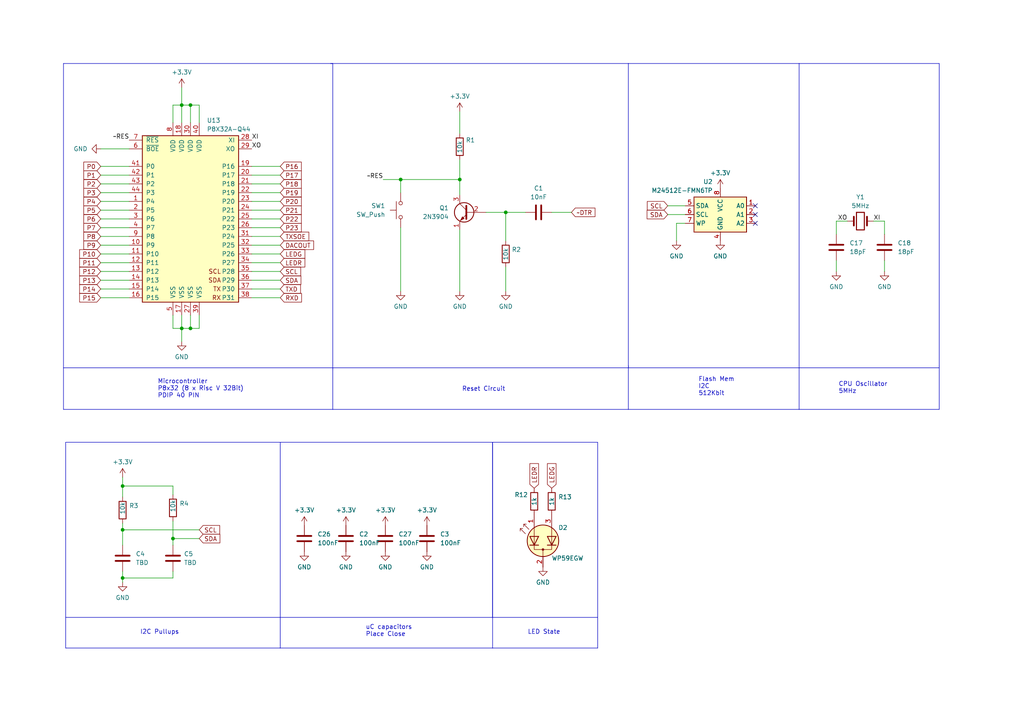
<source format=kicad_sch>
(kicad_sch (version 20230121) (generator eeschema)
  (paper "A4")
  (title_block (title "JTAGFinder main board") (date "2023-10-22") (rev "001") (company "fmaw"))
  (lib_symbols
    (symbol "Device:C" (pin_numbers hide) (pin_names (offset 0.254))
      (property "Reference" "C" (at 0.635 2.54 0))
      (property "Value" "C" (at 0.635 -2.54 0))
      (symbol "C_0_1"
        (polyline (pts (xy -2.032 -0.762) (xy 2.032 -0.762)) (stroke (width 0.508)))
        (polyline (pts (xy -2.032 0.762) (xy 2.032 0.762)) (stroke (width 0.508)))
      )
      (symbol "C_1_1"
        (pin passive line (at 0 3.81 270) (length 2.794) (name "~") (number "1"))
        (pin passive line (at 0 -3.81 90) (length 2.794) (name "~") (number "2"))
      )
    )
    (symbol "Device:Crystal" (pin_numbers hide) (pin_names (offset 1.016) hide)
      (property "Reference" "Y" (at 0 3.81 0))
      (property "Value" "Crystal" (at 0 -3.81 0))
      (symbol "Crystal_0_1"
        (rectangle (start -1.143 2.54) (end 1.143 -2.54) (stroke (width 0.3048)))
        (polyline (pts (xy -2.54 0) (xy -1.905 0)))
        (polyline (pts (xy -1.905 -1.27) (xy -1.905 1.27)) (stroke (width 0.508)))
        (polyline (pts (xy 1.905 -1.27) (xy 1.905 1.27)) (stroke (width 0.508)))
        (polyline (pts (xy 2.54 0) (xy 1.905 0)))
      )
      (symbol "Crystal_1_1"
        (pin passive line (at -3.81 0 0) (length 1.27) (name "1") (number "1"))
        (pin passive line (at 3.81 0 180) (length 1.27) (name "2") (number "2"))
      )
    )
    (symbol "Device:LED_Dual_AKA" (pin_names (offset 0) hide)
      (property "Reference" "D" (at 0 5.715 0))
      (property "Value" "LED_Dual_AKA" (at 0 -6.35 0))
      (symbol "LED_Dual_AKA_0_1"
        (circle (center -2.54 0) (radius 0.2794) (fill (type outline)))
        (polyline (pts (xy -4.572 0) (xy -2.54 0)))
        (polyline (pts (xy -1.27 -1.27) (xy -1.27 -3.81)) (stroke (width 0.254)))
        (polyline (pts (xy -1.27 1.27) (xy -1.27 3.81)) (stroke (width 0.254)))
        (polyline (pts (xy 3.81 -2.54) (xy 1.905 -2.54)))
        (polyline (pts (xy 3.81 2.54) (xy 1.905 2.54)))
        (polyline (pts (xy 1.27 -3.81) (xy 1.27 -1.27) (xy -1.27 -2.54) (xy 1.27 -3.81)) (stroke (width 0.254)))
        (polyline (pts (xy 1.27 1.27) (xy 1.27 3.81) (xy -1.27 2.54) (xy 1.27 1.27)) (stroke (width 0.254)))
        (polyline (pts (xy 2.032 2.54) (xy -2.54 2.54) (xy -2.54 -2.54) (xy 2.032 -2.54)))
        (polyline (pts (xy 2.032 5.08) (xy 3.556 6.604) (xy 2.794 6.604) (xy 3.556 6.604) (xy 3.556 5.842)))
        (polyline (pts (xy 3.302 4.064) (xy 4.826 5.588) (xy 4.064 5.588) (xy 4.826 5.588) (xy 4.826 4.826)))
        (circle (center 0 0) (radius 4.572) (stroke (width 0.254)) (fill (type background)))
      )
      (symbol "LED_Dual_AKA_1_1"
        (pin input line (at 7.62 2.54 180) (length 3.81) (name "A1") (number "1"))
        (pin input line (at -7.62 0 0) (length 3.048) (name "K") (number "2"))
        (pin input line (at 7.62 -2.54 180) (length 3.81) (name "A2") (number "3"))
      )
    )
    (symbol "Device:R" (pin_numbers hide) (pin_names (offset 0))
      (property "Reference" "R" (at 2.032 0 90))
      (property "Value" "R" (at 0 0 90))
      (symbol "R_0_1"
        (rectangle (start -1.016 -2.54) (end 1.016 2.54) (stroke (width 0.254)))
      )
      (symbol "R_1_1"
        (pin passive line (at 0 3.81 270) (length 1.27) (name "~") (number "1"))
        (pin passive line (at 0 -3.81 90) (length 1.27) (name "~") (number "2"))
      )
    )
    (symbol "MCU_Parallax:P8X32A-Q44" (pin_names (offset 1.016))
      (property "Reference" "U" (at -13.97 25.4 0))
      (property "Value" "P8X32A-Q44" (at 3.81 25.4 0))
      (symbol "P8X32A-Q44_0_1"
        (rectangle (start -13.97 24.13) (end 13.97 -24.13) (stroke (width 0.254)) (fill (type background)))
        (text "RX" (at 8.89 -22.86 0) (effects (font (size 1.27 1.27)) (justify right)))
        (text "SCL" (at 8.89 -15.24 0) (effects (font (size 1.27 1.27)) (justify right)))
        (text "SDA" (at 8.89 -17.78 0) (effects (font (size 1.27 1.27)) (justify right)))
        (text "TX" (at 8.89 -20.32 0) (effects (font (size 1.27 1.27)) (justify right)))
        (pin bidirectional line (at -17.78 5.08 0) (length 3.81) (name "P4") (number "1"))
        (pin bidirectional line (at -17.78 -7.62 0) (length 3.81) (name "P9") (number "10"))
        (pin bidirectional line (at -17.78 -10.16 0) (length 3.81) (name "P10") (number "11"))
        (pin bidirectional line (at -17.78 -12.7 0) (length 3.81) (name "P11") (number "12"))
        (pin bidirectional line (at -17.78 -15.24 0) (length 3.81) (name "P12") (number "13"))
        (pin bidirectional line (at -17.78 -17.78 0) (length 3.81) (name "P13") (number "14"))
        (pin bidirectional line (at -17.78 -20.32 0) (length 3.81) (name "P14") (number "15"))
        (pin bidirectional line (at -17.78 -22.86 0) (length 3.81) (name "P15") (number "16"))
        (pin power_in line (at -2.54 -27.94 90) (length 3.81) (name "VSS") (number "17"))
        (pin power_in line (at -2.54 27.94 270) (length 3.81) (name "VDD") (number "18"))
        (pin bidirectional line (at 17.78 15.24 180) (length 3.81) (name "P16") (number "19"))
        (pin bidirectional line (at -17.78 2.54 0) (length 3.81) (name "P5") (number "2"))
        (pin bidirectional line (at 17.78 12.7 180) (length 3.81) (name "P17") (number "20"))
        (pin bidirectional line (at 17.78 10.16 180) (length 3.81) (name "P18") (number "21"))
        (pin bidirectional line (at 17.78 7.62 180) (length 3.81) (name "P19") (number "22"))
        (pin bidirectional line (at 17.78 5.08 180) (length 3.81) (name "P20") (number "23"))
        (pin bidirectional line (at 17.78 2.54 180) (length 3.81) (name "P21") (number "24"))
        (pin bidirectional line (at 17.78 0 180) (length 3.81) (name "P22") (number "25"))
        (pin bidirectional line (at 17.78 -2.54 180) (length 3.81) (name "P23") (number "26"))
        (pin power_in line (at 0 -27.94 90) (length 3.81) (name "VSS") (number "27"))
        (pin input line (at 17.78 22.86 180) (length 3.81) (name "XI") (number "28"))
        (pin output line (at 17.78 20.32 180) (length 3.81) (name "XO") (number "29"))
        (pin bidirectional line (at -17.78 0 0) (length 3.81) (name "P6") (number "3"))
        (pin power_in line (at 0 27.94 270) (length 3.81) (name "VDD") (number "30"))
        (pin bidirectional line (at 17.78 -5.08 180) (length 3.81) (name "P24") (number "31"))
        (pin bidirectional line (at 17.78 -7.62 180) (length 3.81) (name "P25") (number "32"))
        (pin bidirectional line (at 17.78 -10.16 180) (length 3.81) (name "P26") (number "33"))
        (pin bidirectional line (at 17.78 -12.7 180) (length 3.81) (name "P27") (number "34"))
        (pin bidirectional line (at 17.78 -15.24 180) (length 3.81) (name "P28") (number "35"))
        (pin bidirectional line (at 17.78 -17.78 180) (length 3.81) (name "P29") (number "36"))
        (pin bidirectional line (at 17.78 -20.32 180) (length 3.81) (name "P30") (number "37"))
        (pin bidirectional line (at 17.78 -22.86 180) (length 3.81) (name "P31") (number "38"))
        (pin power_in line (at 2.54 -27.94 90) (length 3.81) (name "VSS") (number "39"))
        (pin bidirectional line (at -17.78 -2.54 0) (length 3.81) (name "P7") (number "4"))
        (pin power_in line (at 2.54 27.94 270) (length 3.81) (name "VDD") (number "40"))
        (pin bidirectional line (at -17.78 15.24 0) (length 3.81) (name "P0") (number "41"))
        (pin bidirectional line (at -17.78 12.7 0) (length 3.81) (name "P1") (number "42"))
        (pin bidirectional line (at -17.78 10.16 0) (length 3.81) (name "P2") (number "43"))
        (pin bidirectional line (at -17.78 7.62 0) (length 3.81) (name "P3") (number "44"))
        (pin power_in line (at -5.08 -27.94 90) (length 3.81) (name "VSS") (number "5"))
        (pin input line (at -17.78 20.32 0) (length 3.81) (name "~{BOE}") (number "6"))
        (pin bidirectional line (at -17.78 22.86 0) (length 3.81) (name "~{RES}") (number "7"))
        (pin power_in line (at -5.08 27.94 270) (length 3.81) (name "VDD") (number "8"))
        (pin bidirectional line (at -17.78 -5.08 0) (length 3.81) (name "P8") (number "9"))
      )
    )
    (symbol "Memory_EEPROM:24LC512"
      (property "Reference" "U" (at -6.35 6.35 0))
      (property "Value" "24LC512" (at 1.27 6.35 0))
      (symbol "24LC512_1_1"
        (rectangle (start -7.62 5.08) (end 7.62 -5.08) (stroke (width 0.254)) (fill (type background)))
        (pin input line (at -10.16 2.54 0) (length 2.54) (name "A0") (number "1"))
        (pin input line (at -10.16 0 0) (length 2.54) (name "A1") (number "2"))
        (pin input line (at -10.16 -2.54 0) (length 2.54) (name "A2") (number "3"))
        (pin power_in line (at 0 -7.62 90) (length 2.54) (name "GND") (number "4"))
        (pin bidirectional line (at 10.16 2.54 180) (length 2.54) (name "SDA") (number "5"))
        (pin input line (at 10.16 0 180) (length 2.54) (name "SCL") (number "6"))
        (pin input line (at 10.16 -2.54 180) (length 2.54) (name "WP") (number "7"))
        (pin power_in line (at 0 7.62 270) (length 2.54) (name "VCC") (number "8"))
      )
    )
    (symbol "Switch:SW_Push" (pin_numbers hide) (pin_names (offset 1.016) hide)
      (property "Reference" "SW" (at 1.27 2.54 0))
      (property "Value" "SW_Push" (at 0 -1.524 0))
      (symbol "SW_Push_0_1"
        (circle (center -2.032 0) (radius 0.508))
        (polyline (pts (xy 0 1.27) (xy 0 3.048)))
        (polyline (pts (xy 2.54 1.27) (xy -2.54 1.27)))
        (circle (center 2.032 0) (radius 0.508))
        (pin passive line (at -5.08 0 0) (length 2.54) (name "1") (number "1"))
        (pin passive line (at 5.08 0 180) (length 2.54) (name "2") (number "2"))
      )
    )
    (symbol "Transistor_BJT:2N3904" (pin_names (offset 0) hide)
      (property "Reference" "Q" (at 5.08 1.905 0))
      (property "Value" "2N3904" (at 5.08 0 0))
      (symbol "2N3904_0_1"
        (polyline (pts (xy 0.635 0.635) (xy 2.54 2.54)))
        (polyline (pts (xy 0.635 -0.635) (xy 2.54 -2.54) (xy 2.54 -2.54)))
        (polyline (pts (xy 0.635 1.905) (xy 0.635 -1.905) (xy 0.635 -1.905)) (stroke (width 0.508)))
        (polyline (pts (xy 1.27 -1.778) (xy 1.778 -1.27) (xy 2.286 -2.286) (xy 1.27 -1.778) (xy 1.27 -1.778)) (fill (type outline)))
        (circle (center 1.27 0) (radius 2.8194) (stroke (width 0.254)))
      )
      (symbol "2N3904_1_1"
        (pin passive line (at 2.54 -5.08 90) (length 2.54) (name "E") (number "1"))
        (pin passive line (at -5.08 0 0) (length 5.715) (name "B") (number "2"))
        (pin passive line (at 2.54 5.08 270) (length 2.54) (name "C") (number "3"))
      )
    )
    (symbol "power:+3.3V" (power) (pin_names (offset 0))
      (property "Value" "+3.3V" (at 0 3.556 0))
      (symbol "+3.3V_0_1"
        (polyline (pts (xy -0.762 1.27) (xy 0 2.54)))
        (polyline (pts (xy 0 0) (xy 0 2.54)))
        (polyline (pts (xy 0 2.54) (xy 0.762 1.27)))
      )
      (symbol "+3.3V_1_1"
        (pin power_in line (at 0 0 90) (length 0) hide (name "+3.3V") (number "1"))
      )
    )
    (symbol "power:GND" (power) (pin_names (offset 0))
      (property "Value" "GND" (at 0 -3.81 0))
      (symbol "GND_0_1"
        (polyline (pts (xy 0 0) (xy 0 -1.27) (xy 1.27 -1.27) (xy 0 -2.54) (xy -1.27 -1.27) (xy 0 -1.27)))
      )
      (symbol "GND_1_1"
        (pin power_in line (at 0 0 270) (length 0) hide (name "GND") (number "1"))
      )
    )
  )
  (junction (at 35.56 167.64))
  (junction (at 52.705 30.48))
  (junction (at 50.165 156.21))
  (junction (at 55.245 95.25))
  (junction (at 55.245 30.48))
  (junction (at 35.56 153.67))
  (junction (at 116.205 52.07))
  (junction (at 146.685 61.595))
  (junction (at 35.56 140.97))
  (junction (at 133.35 52.07))
  (junction (at 52.705 95.25))
  (no_connect (at 219.075 59.69))
  (no_connect (at 219.075 64.77))
  (no_connect (at 219.075 62.23))
  (polyline (pts (xy 231.775 18.415) (xy 272.415 18.415)))
  (wire (pts (xy 50.165 156.21) (xy 50.165 158.115)))
  (wire (pts (xy 35.56 153.67) (xy 35.56 158.115)))
  (wire (pts (xy 52.705 95.25) (xy 50.165 95.25)))
  (wire (pts (xy 73.025 81.28) (xy 81.28 81.28)))
  (wire (pts (xy 50.165 30.48) (xy 50.165 35.56)))
  (wire (pts (xy 29.21 68.58) (xy 37.465 68.58)))
  (wire (pts (xy 256.54 64.135) (xy 256.54 67.945)))
  (wire (pts (xy 29.21 43.18) (xy 37.465 43.18)))
  (wire (pts (xy 50.165 156.21) (xy 57.785 156.21)))
  (wire (pts (xy 29.21 66.04) (xy 37.465 66.04)))
  (wire (pts (xy 52.705 30.48) (xy 52.705 35.56)))
  (wire (pts (xy 133.35 46.355) (xy 133.35 52.07)))
  (wire (pts (xy 29.21 73.66) (xy 37.465 73.66)))
  (wire (pts (xy 146.685 61.595) (xy 152.4 61.595)))
  (polyline (pts (xy 231.775 118.745) (xy 231.775 106.68)))
  (polyline (pts (xy 19.685 128.27) (xy 142.875 128.27)))
  (wire (pts (xy 52.705 30.48) (xy 50.165 30.48)))
  (wire (pts (xy 35.56 151.765) (xy 35.56 153.67)))
  (polyline (pts (xy 272.415 18.415) (xy 272.415 118.745)))
  (polyline (pts (xy 231.775 106.68) (xy 231.775 18.415)))
  (wire (pts (xy 29.21 58.42) (xy 37.465 58.42)))
  (wire (pts (xy 52.705 25.4) (xy 52.705 30.48)))
  (polyline (pts (xy 182.245 106.68) (xy 231.775 106.68)))
  (wire (pts (xy 29.21 60.96) (xy 37.465 60.96)))
  (wire (pts (xy 50.165 140.97) (xy 35.56 140.97)))
  (wire (pts (xy 73.025 76.2) (xy 81.28 76.2)))
  (wire (pts (xy 196.215 64.77) (xy 196.215 69.85)))
  (polyline (pts (xy 272.415 106.68) (xy 272.415 106.045)))
  (polyline (pts (xy 142.875 179.07) (xy 19.05 179.07)))
  (polyline (pts (xy 19.05 179.07) (xy 19.05 187.96)))
  (wire (pts (xy 35.56 167.64) (xy 35.56 165.735)))
  (wire (pts (xy 50.165 165.735) (xy 50.165 167.64)))
  (wire (pts (xy 73.025 53.34) (xy 81.28 53.34)))
  (wire (pts (xy 242.57 75.565) (xy 242.57 78.74)))
  (wire (pts (xy 73.025 71.12) (xy 81.28 71.12)))
  (wire (pts (xy 29.21 78.74) (xy 37.465 78.74)))
  (wire (pts (xy 29.21 63.5) (xy 37.465 63.5)))
  (wire (pts (xy 256.54 75.565) (xy 256.54 78.74)))
  (wire (pts (xy 133.35 52.07) (xy 116.205 52.07)))
  (wire (pts (xy 55.245 30.48) (xy 52.705 30.48)))
  (polyline (pts (xy 96.52 18.415) (xy 96.52 118.745)))
  (wire (pts (xy 35.56 140.97) (xy 35.56 144.145)))
  (wire (pts (xy 133.35 52.07) (xy 133.35 56.515)))
  (polyline (pts (xy 173.355 187.96) (xy 142.875 187.96)))
  (wire (pts (xy 29.21 48.26) (xy 37.465 48.26)))
  (wire (pts (xy 73.025 73.66) (xy 81.28 73.66)))
  (polyline (pts (xy 182.245 106.68) (xy 182.245 106.045)))
  (polyline (pts (xy 81.28 187.96) (xy 81.28 128.27)))
  (wire (pts (xy 73.025 78.74) (xy 81.28 78.74)))
  (wire (pts (xy 253.365 64.135) (xy 256.54 64.135)))
  (wire (pts (xy 29.21 55.88) (xy 37.465 55.88)))
  (wire (pts (xy 29.21 53.34) (xy 37.465 53.34)))
  (wire (pts (xy 73.025 55.88) (xy 81.28 55.88)))
  (wire (pts (xy 55.245 95.25) (xy 52.705 95.25)))
  (polyline (pts (xy 142.875 128.27) (xy 142.875 179.07)))
  (wire (pts (xy 29.21 71.12) (xy 37.465 71.12)))
  (wire (pts (xy 50.165 167.64) (xy 35.56 167.64)))
  (wire (pts (xy 116.205 52.07) (xy 116.205 55.88)))
  (wire (pts (xy 29.21 76.2) (xy 37.465 76.2)))
  (polyline (pts (xy 18.415 18.415) (xy 18.415 118.745)))
  (polyline (pts (xy 96.52 118.745) (xy 182.245 118.745)))
  (wire (pts (xy 29.21 86.36) (xy 37.465 86.36)))
  (wire (pts (xy 29.21 83.82) (xy 37.465 83.82)))
  (wire (pts (xy 116.205 52.07) (xy 111.125 52.07)))
  (polyline (pts (xy 96.52 106.68) (xy 182.245 106.68)))
  (wire (pts (xy 160.02 61.595) (xy 165.735 61.595)))
  (wire (pts (xy 73.025 63.5) (xy 81.28 63.5)))
  (polyline (pts (xy 231.775 18.415) (xy 182.245 18.415)))
  (polyline (pts (xy 272.415 118.745) (xy 231.775 118.745)))
  (wire (pts (xy 146.685 77.47) (xy 146.685 84.455)))
  (wire (pts (xy 35.56 138.43) (xy 35.56 140.97)))
  (polyline (pts (xy 231.775 106.68) (xy 272.415 106.68)))
  (wire (pts (xy 29.21 81.28) (xy 37.465 81.28)))
  (wire (pts (xy 73.025 50.8) (xy 81.28 50.8)))
  (wire (pts (xy 52.705 91.44) (xy 52.705 95.25)))
  (polyline (pts (xy 19.05 128.27) (xy 19.685 128.27)))
  (polyline (pts (xy 173.355 179.07) (xy 173.355 187.96)))
  (wire (pts (xy 35.56 168.91) (xy 35.56 167.64)))
  (polyline (pts (xy 96.52 106.68) (xy 96.52 107.315)))
  (polyline (pts (xy 182.245 118.745) (xy 182.245 18.415)))
  (wire (pts (xy 198.755 62.23) (xy 193.675 62.23)))
  (wire (pts (xy 29.21 50.8) (xy 37.465 50.8)))
  (wire (pts (xy 55.245 30.48) (xy 57.785 30.48)))
  (wire (pts (xy 133.35 32.385) (xy 133.35 38.735)))
  (wire (pts (xy 73.025 48.26) (xy 81.28 48.26)))
  (wire (pts (xy 57.785 95.25) (xy 57.785 91.44)))
  (wire (pts (xy 55.245 95.25) (xy 57.785 95.25)))
  (polyline (pts (xy 96.52 118.745) (xy 18.415 118.745)))
  (wire (pts (xy 242.57 67.945) (xy 242.57 64.135)))
  (wire (pts (xy 50.165 151.13) (xy 50.165 156.21)))
  (wire (pts (xy 73.025 86.36) (xy 81.28 86.36)))
  (polyline (pts (xy 18.415 18.415) (xy 96.52 18.415)))
  (wire (pts (xy 73.025 58.42) (xy 81.28 58.42)))
  (wire (pts (xy 73.025 66.04) (xy 81.28 66.04)))
  (wire (pts (xy 140.97 61.595) (xy 146.685 61.595)))
  (wire (pts (xy 50.165 91.44) (xy 50.165 95.25)))
  (polyline (pts (xy 182.245 118.745) (xy 231.775 118.745)))
  (wire (pts (xy 73.025 83.82) (xy 81.28 83.82)))
  (wire (pts (xy 55.245 35.56) (xy 55.245 30.48)))
  (wire (pts (xy 52.705 95.25) (xy 52.705 99.06)))
  (polyline (pts (xy 81.28 187.96) (xy 142.875 187.96)))
  (wire (pts (xy 50.165 143.51) (xy 50.165 140.97)))
  (polyline (pts (xy 18.415 106.68) (xy 96.52 106.68)))
  (wire (pts (xy 57.785 30.48) (xy 57.785 35.56)))
  (wire (pts (xy 73.025 68.58) (xy 81.28 68.58)))
  (wire (pts (xy 242.57 64.135) (xy 245.745 64.135)))
  (wire (pts (xy 198.755 59.69) (xy 193.675 59.69)))
  (wire (pts (xy 133.35 66.675) (xy 133.35 84.455)))
  (polyline (pts (xy 19.05 187.96) (xy 81.28 187.96)))
  (wire (pts (xy 35.56 153.67) (xy 57.785 153.67)))
  (wire (pts (xy 146.685 61.595) (xy 146.685 69.85)))
  (wire (pts (xy 55.245 91.44) (xy 55.245 95.25)))
  (wire (pts (xy 116.205 66.04) (xy 116.205 84.455)))
  (wire (pts (xy 73.025 60.96) (xy 81.28 60.96)))
  (polyline (pts (xy 182.245 18.415) (xy 95.885 18.415)))
  (polyline (pts (xy 19.05 179.07) (xy 19.05 128.27)))
  (polyline (pts (xy 142.875 187.96) (xy 142.875 179.07)))
  (wire (pts (xy 196.215 64.77) (xy 198.755 64.77)))
  (rectangle (start 142.875 128.27) (end 173.355 179.07))
  (text "CPU Oscillator\n5MHz" (at 243.205 114.3 0) (effects (font (size 1.27 1.27)) (justify left bottom)))
  (text "Reset Circuit" (at 133.985 113.665 0) (effects (font (size 1.27 1.27)) (justify left bottom)))
  (text "I2C Pullups" (at 40.64 184.15 0) (effects (font (size 1.27 1.27)) (justify left bottom)))
  (text "uC capacitors\nPlace Close" (at 106.045 184.785 0) (effects (font (size 1.27 1.27)) (justify left bottom)))
  (text "Microcontroller\nP8x32 (8 x Risc V 32Bit)\nPDIP 40 PIN" (at 45.72 115.57 0) (effects (font (size 1.27 1.27)) (justify left bottom)))
  (text "LED State\n" (at 153.035 184.15 0) (effects (font (size 1.27 1.27)) (justify left bottom)))
  (text "Flash Mem\nI2C\n512Kbit\n" (at 202.565 114.935 0) (effects (font (size 1.27 1.27)) (justify left bottom)))
  (label "XI" (at 73.025 40.64 0))
  (label " ~RES" (at 111.125 52.07 180))
  (label "XO" (at 73.025 43.18 0))
  (label "XO" (at 245.745 64.135 180))
  (label "XI" (at 253.365 64.135 0))
  (label " ~RES" (at 37.465 40.64 180))
  (global_label "P6" (shape input) (at 29.21 63.5 180) (property "Intersheetrefs" "${INTERSHEET_REFS}" (effects hide)))
  (global_label "P8" (shape input) (at 29.21 68.58 180) (property "Intersheetrefs" "${INTERSHEET_REFS}" (effects hide)))
  (global_label "SCL" (shape input) (at 81.28 78.74 0) (property "Intersheetrefs" "${INTERSHEET_REFS}" (effects hide)))
  (global_label "P13" (shape input) (at 29.21 81.28 180) (property "Intersheetrefs" "${INTERSHEET_REFS}" (effects hide)))
  (global_label "DACOUT" (shape input) (at 81.28 71.12 0) (property "Intersheetrefs" "${INTERSHEET_REFS}" (effects hide)))
  (global_label "P19" (shape input) (at 81.28 55.88 0) (property "Intersheetrefs" "${INTERSHEET_REFS}" (effects hide)))
  (global_label "P20" (shape input) (at 81.28 58.42 0) (property "Intersheetrefs" "${INTERSHEET_REFS}" (effects hide)))
  (global_label "~DTR" (shape input) (at 165.735 61.595 0) (property "Intersheetrefs" "${INTERSHEET_REFS}" (effects hide)))
  (global_label "P4" (shape input) (at 29.21 58.42 180) (property "Intersheetrefs" "${INTERSHEET_REFS}" (effects hide)))
  (global_label "TXSOE" (shape input) (at 81.28 68.58 0) (property "Intersheetrefs" "${INTERSHEET_REFS}" (effects hide)))
  (global_label "P18" (shape input) (at 81.28 53.34 0) (property "Intersheetrefs" "${INTERSHEET_REFS}" (effects hide)))
  (global_label "SDA" (shape input) (at 81.28 81.28 0) (property "Intersheetrefs" "${INTERSHEET_REFS}" (effects hide)))
  (global_label "P12" (shape input) (at 29.21 78.74 180) (property "Intersheetrefs" "${INTERSHEET_REFS}" (effects hide)))
  (global_label "P16" (shape input) (at 81.28 48.26 0) (property "Intersheetrefs" "${INTERSHEET_REFS}" (effects hide)))
  (global_label "P9" (shape input) (at 29.21 71.12 180) (property "Intersheetrefs" "${INTERSHEET_REFS}" (effects hide)))
  (global_label "P1" (shape input) (at 29.21 50.8 180) (property "Intersheetrefs" "${INTERSHEET_REFS}" (effects hide)))
  (global_label "P15" (shape input) (at 29.21 86.36 180) (property "Intersheetrefs" "${INTERSHEET_REFS}" (effects hide)))
  (global_label "SCL" (shape input) (at 57.785 153.67 0) (property "Intersheetrefs" "${INTERSHEET_REFS}" (effects hide)))
  (global_label "P10" (shape input) (at 29.21 73.66 180) (property "Intersheetrefs" "${INTERSHEET_REFS}" (effects hide)))
  (global_label "P17" (shape input) (at 81.28 50.8 0) (property "Intersheetrefs" "${INTERSHEET_REFS}" (effects hide)))
  (global_label "P0" (shape input) (at 29.21 48.26 180) (property "Intersheetrefs" "${INTERSHEET_REFS}" (effects hide)))
  (global_label "SDA" (shape input) (at 57.785 156.21 0) (property "Intersheetrefs" "${INTERSHEET_REFS}" (effects hide)))
  (global_label "SDA" (shape input) (at 193.675 62.23 180) (property "Intersheetrefs" "${INTERSHEET_REFS}" (effects hide)))
  (global_label "P3" (shape input) (at 29.21 55.88 180) (property "Intersheetrefs" "${INTERSHEET_REFS}" (effects hide)))
  (global_label "P21" (shape input) (at 81.28 60.96 0) (property "Intersheetrefs" "${INTERSHEET_REFS}" (effects hide)))
  (global_label "P5" (shape input) (at 29.21 60.96 180) (property "Intersheetrefs" "${INTERSHEET_REFS}" (effects hide)))
  (global_label "SCL" (shape input) (at 193.675 59.69 180) (property "Intersheetrefs" "${INTERSHEET_REFS}" (effects hide)))
  (global_label "P7" (shape input) (at 29.21 66.04 180) (property "Intersheetrefs" "${INTERSHEET_REFS}" (effects hide)))
  (global_label "P23" (shape input) (at 81.28 66.04 0) (property "Intersheetrefs" "${INTERSHEET_REFS}" (effects hide)))
  (global_label "LEDR" (shape input) (at 81.28 76.2 0) (property "Intersheetrefs" "${INTERSHEET_REFS}" (effects hide)))
  (global_label "RXD" (shape input) (at 81.28 86.36 0) (property "Intersheetrefs" "${INTERSHEET_REFS}" (effects hide)))
  (global_label "LEDG" (shape input) (at 160.02 141.605 90) (property "Intersheetrefs" "${INTERSHEET_REFS}" (effects hide)))
  (global_label "P22" (shape input) (at 81.28 63.5 0) (property "Intersheetrefs" "${INTERSHEET_REFS}" (effects hide)))
  (global_label "LEDR" (shape input) (at 154.94 141.605 90) (property "Intersheetrefs" "${INTERSHEET_REFS}" (effects hide)))
  (global_label "P14" (shape input) (at 29.21 83.82 180) (property "Intersheetrefs" "${INTERSHEET_REFS}" (effects hide)))
  (global_label "TXD" (shape input) (at 81.28 83.82 0) (property "Intersheetrefs" "${INTERSHEET_REFS}" (effects hide)))
  (global_label "LEDG" (shape input) (at 81.28 73.66 0) (property "Intersheetrefs" "${INTERSHEET_REFS}" (effects hide)))
  (global_label "P2" (shape input) (at 29.21 53.34 180) (property "Intersheetrefs" "${INTERSHEET_REFS}" (effects hide)))
  (global_label "P11" (shape input) (at 29.21 76.2 180) (property "Intersheetrefs" "${INTERSHEET_REFS}" (effects hide)))
  (symbol (lib_id "power:+3.3V") (at 35.56 138.43 0) (unit 1)
    (property "Reference" "#PWR011" (effects hide))
    (property "Value" "+3.3V" (at 35.56 133.985 0))
  )
  (symbol (lib_id "Device:R") (at 50.165 147.32 0) (unit 1)
    (property "Reference" "R4" (at 52.07 146.05 0) (effects (justify left)))
    (property "Value" "10k" (at 50.165 148.59 90) (effects (justify left)))
    (property "Footprint" "Resistor_SMD:R_1206_3216Metric" (effects hide))
    (property "Man #:" "SCR1206J10K" (effects hide))
    (property "Fab:" "VO" (effects hide))
  )
  (symbol (lib_id "Device:C") (at 88.265 156.21 0) (unit 1)
    (property "Reference" "C26" (at 92.075 154.94 0) (effects (justify left)))
    (property "Value" "100nF" (at 92.075 157.48 0) (effects (justify left)))
    (property "Footprint" "Capacitor_SMD:C_1206_3216Metric" (effects hide))
    (property "Man #:" "CC1206KKX7RCBB103" (effects hide))
    (property "Fab:" "Yageo" (effects hide))
  )
  (symbol (lib_id "power:+3.3V") (at 111.76 152.4 0) (unit 1)
    (property "Reference" "#PWR099" (effects hide))
    (property "Value" "+3.3V" (at 111.76 147.955 0))
  )
  (symbol (lib_id "power:+3.3V") (at 133.35 32.385 0) (mirror y) (unit 1)
    (property "Reference" "#PWR03" (effects hide))
    (property "Value" "+3.3V" (at 133.35 27.94 0))
  )
  (symbol (lib_id "power:GND") (at 123.825 160.02 0) (unit 1)
    (property "Reference" "#PWR010" (effects hide))
    (property "Value" "GND" (at 123.825 164.465 0))
  )
  (symbol (lib_id "Memory_EEPROM:24LC512") (at 208.915 62.23 0) (mirror y) (unit 1)
    (property "Reference" "U2" (at 206.7209 52.705 0) (effects (justify left)))
    (property "Value" "M24512E-FMN6TP" (at 206.7209 55.245 0) (effects (justify left)))
    (property "Footprint" "Package_SO:SO-8_3.9x4.9mm_P1.27mm" (effects hide))
    (property "Datasheet" "https://www.st.com/resource/en/datasheet/m24512e-f.pdf" (effects hide))
  )
  (symbol (lib_id "power:GND") (at 88.265 160.02 0) (unit 1)
    (property "Reference" "#PWR098" (effects hide))
    (property "Value" "GND" (at 88.265 164.465 0))
  )
  (symbol (lib_id "Device:R") (at 35.56 147.955 0) (unit 1)
    (property "Reference" "R3" (at 37.465 146.685 0) (effects (justify left)))
    (property "Value" "10k" (at 35.56 149.225 90) (effects (justify left)))
    (property "Footprint" "Resistor_SMD:R_1206_3216Metric" (effects hide))
    (property "Man #:" "SCR1206J10K" (effects hide))
    (property "Fab:" "VO" (effects hide))
  )
  (symbol (lib_id "power:GND") (at 256.54 78.74 0) (unit 1)
    (property "Reference" "#PWR044" (effects hide))
    (property "Value" "GND" (at 256.54 83.185 0))
  )
  (symbol (lib_id "power:+3.3V") (at 88.265 152.4 0) (unit 1)
    (property "Reference" "#PWR097" (effects hide))
    (property "Value" "+3.3V" (at 88.265 147.955 0))
  )
  (symbol (lib_id "Transistor_BJT:2N3904") (at 135.89 61.595 0) (mirror y) (unit 1)
    (property "Reference" "Q1" (at 130.175 60.325 0) (effects (justify left)))
    (property "Value" "2N3904" (at 130.175 62.865 0) (effects (justify left)))
    (property "Footprint" "Package_TO_SOT_THT:TO-92_Inline" (effects hide))
    (property "Datasheet" "https://www.onsemi.com/pub/Collateral/2N3903-D.PDF" (effects hide))
    (property "Man #:" "2n3904" (effects hide))
    (property "Fab:" "JSMSEMI" (effects hide))
  )
  (symbol (lib_id "power:GND") (at 208.915 69.85 0) (mirror y) (unit 1)
    (property "Reference" "#PWR014" (effects hide))
    (property "Value" "GND" (at 208.915 74.295 0))
  )
  (symbol (lib_id "power:GND") (at 196.215 69.85 0) (unit 1)
    (property "Reference" "#PWR015" (effects hide))
    (property "Value" "GND" (at 196.215 74.295 0))
  )
  (symbol (lib_id "Device:C") (at 123.825 156.21 0) (unit 1)
    (property "Reference" "C3" (at 127.635 154.94 0) (effects (justify left)))
    (property "Value" "100nF" (at 127.635 157.48 0) (effects (justify left)))
    (property "Footprint" "Capacitor_SMD:C_1206_3216Metric" (effects hide))
    (property "Man #:" "CC1206KKX7RCBB103" (effects hide))
    (property "Fab:" "Yageo" (effects hide))
  )
  (symbol (lib_id "Device:C") (at 242.57 71.755 0) (unit 1)
    (property "Reference" "C17" (at 246.38 70.485 0) (effects (justify left)))
    (property "Value" "18pF" (at 246.38 73.025 0) (effects (justify left)))
    (property "Footprint" "Capacitor_SMD:C_1206_3216Metric" (effects hide))
    (property "Man #:" "CC1206JRNPO9BN180" (effects hide))
    (property "Fab:" "Yageo" (effects hide))
  )
  (symbol (lib_id "Device:C") (at 256.54 71.755 0) (unit 1)
    (property "Reference" "C18" (at 260.35 70.485 0) (effects (justify left)))
    (property "Value" "18pF" (at 260.35 73.025 0) (effects (justify left)))
    (property "Footprint" "Capacitor_SMD:C_1206_3216Metric" (effects hide))
    (property "Man #:" "CC1206JRNPO9BN180" (effects hide))
    (property "Fab:" "Yageo" (effects hide))
  )
  (symbol (lib_id "power:GND") (at 116.205 84.455 0) (mirror y) (unit 1)
    (property "Reference" "#PWR06" (effects hide))
    (property "Value" "GND" (at 116.205 88.9 0))
  )
  (symbol (lib_id "Device:C") (at 100.33 156.21 0) (unit 1)
    (property "Reference" "C2" (at 104.14 154.94 0) (effects (justify left)))
    (property "Value" "100nF" (at 104.14 157.48 0) (effects (justify left)))
    (property "Footprint" "Capacitor_SMD:C_1206_3216Metric" (effects hide))
    (property "Man #:" "CC1206KKX7RCBB103" (effects hide))
    (property "Fab:" "Yageo" (effects hide))
  )
  (symbol (lib_id "power:GND") (at 146.685 84.455 0) (mirror y) (unit 1)
    (property "Reference" "#PWR04" (effects hide))
    (property "Value" "GND" (at 146.685 88.9 0))
  )
  (symbol (lib_id "Device:C") (at 111.76 156.21 0) (unit 1)
    (property "Reference" "C27" (at 115.57 154.94 0) (effects (justify left)))
    (property "Value" "100nF" (at 115.57 157.48 0) (effects (justify left)))
    (property "Footprint" "Capacitor_SMD:C_1206_3216Metric" (effects hide))
    (property "Man #:" "CC1206KKX7RCBB103" (effects hide))
    (property "Fab:" "Yageo" (effects hide))
  )
  (symbol (lib_id "power:+3.3V") (at 100.33 152.4 0) (unit 1)
    (property "Reference" "#PWR07" (effects hide))
    (property "Value" "+3.3V" (at 100.33 147.955 0))
  )
  (symbol (lib_id "power:GND") (at 100.33 160.02 0) (unit 1)
    (property "Reference" "#PWR08" (effects hide))
    (property "Value" "GND" (at 100.33 164.465 0))
  )
  (symbol (lib_id "Device:C") (at 156.21 61.595 270) (mirror x) (unit 1)
    (property "Reference" "C1" (at 156.21 54.61 90))
    (property "Value" "10nF" (at 156.21 57.15 90))
    (property "Footprint" "Capacitor_SMD:C_1206_3216Metric" (effects hide))
  )
  (symbol (lib_id "Device:C") (at 50.165 161.925 0) (unit 1)
    (property "Reference" "C5" (at 53.34 160.655 0) (effects (justify left)))
    (property "Value" "TBD" (at 53.34 163.195 0) (effects (justify left)))
    (property "Footprint" "Capacitor_SMD:C_1206_3216Metric" (effects hide))
    (property "Man #:" "1206B104K101CT" (effects hide))
    (property "Fab:" "Walsin Tech Corp" (effects hide))
  )
  (symbol (lib_id "power:GND") (at 35.56 168.91 0) (unit 1)
    (property "Reference" "#PWR012" (effects hide))
    (property "Value" "GND" (at 35.56 173.355 0))
  )
  (symbol (lib_id "Device:R") (at 154.94 145.415 0) (unit 1)
    (property "Reference" "R12" (at 149.225 143.51 0) (effects (justify left)))
    (property "Value" "1k" (at 154.94 146.685 90) (effects (justify left)))
    (property "Footprint" "Resistor_SMD:R_1206_3216Metric" (effects hide))
    (property "Man #:" "SCR1206J10K" (effects hide))
    (property "Fab:" "VO" (effects hide))
  )
  (symbol (lib_id "power:GND") (at 52.705 99.06 0) (unit 1)
    (property "Reference" "#PWR02" (effects hide))
    (property "Value" "GND" (at 52.705 103.505 0))
  )
  (symbol (lib_id "power:GND") (at 111.76 160.02 0) (unit 1)
    (property "Reference" "#PWR0100" (effects hide))
    (property "Value" "GND" (at 111.76 164.465 0))
  )
  (symbol (lib_id "power:GND") (at 242.57 78.74 0) (unit 1)
    (property "Reference" "#PWR043" (effects hide))
    (property "Value" "GND" (at 242.57 83.185 0))
  )
  (symbol (lib_id "Switch:SW_Push") (at 116.205 60.96 90) (mirror x) (unit 1)
    (property "Reference" "SW1" (at 111.76 59.69 90) (effects (justify left)))
    (property "Value" "SW_Push" (at 111.76 62.23 90) (effects (justify left)))
    (property "Footprint" "Button_Switch_SMD:SW_Push_1P1T_XKB_TS-1187A" (effects hide))
    (property "Man #:" "SKQGADE010" (effects hide))
    (property "Fab:" "ALPSALPINE" (effects hide))
  )
  (symbol (lib_id "Device:C") (at 35.56 161.925 0) (unit 1)
    (property "Reference" "C4" (at 39.37 160.655 0) (effects (justify left)))
    (property "Value" "TBD" (at 39.37 163.195 0) (effects (justify left)))
    (property "Footprint" "Capacitor_SMD:C_1206_3216Metric" (effects hide))
    (property "Man #:" "1206B104K101CT" (effects hide))
    (property "Fab:" "Walsin Tech Corp" (effects hide))
  )
  (symbol (lib_id "power:+3.3V") (at 123.825 152.4 0) (unit 1)
    (property "Reference" "#PWR09" (effects hide))
    (property "Value" "+3.3V" (at 123.825 147.955 0))
  )
  (symbol (lib_id "Device:LED_Dual_AKA") (at 157.48 156.845 90) (unit 1)
    (property "Reference" "D2" (at 161.925 153.035 90) (effects (justify right)))
    (property "Value" "WP59EGW" (at 160.02 161.925 90) (effects (justify right)))
    (property "Footprint" "LED_THT:LED_D5.0mm-3" (effects hide))
    (property "Datasheet" "https://www.mouser.es/datasheet/2/216/WP59EGW-CA-54724.pdf" (effects hide))
    (property "Man #:" "WP59EGW/CA" (effects hide))
    (property "Fab:" "KingBright" (effects hide))
  )
  (symbol (lib_id "Device:Crystal") (at 249.555 64.135 0) (unit 1)
    (property "Reference" "Y1" (at 249.555 57.15 0))
    (property "Value" "5MHz" (at 249.555 59.69 0))
    (property "Footprint" "Crystal:Crystal_HC49-4H_Vertical" (effects hide))
  )
  (symbol (lib_id "Device:R") (at 146.685 73.66 0) (mirror y) (unit 1)
    (property "Reference" "R2" (at 151.13 72.39 0) (effects (justify left)))
    (property "Value" "10k" (at 146.685 75.565 90) (effects (justify left)))
    (property "Footprint" "Resistor_SMD:R_1206_3216Metric" (effects hide))
    (property "Man #:" "SCR1206J10K" (effects hide))
    (property "Fab:" "VO" (effects hide))
  )
  (symbol (lib_id "power:GND") (at 29.21 43.18 270) (unit 1)
    (property "Reference" "#PWR048" (effects hide))
    (property "Value" "GND" (at 25.4 43.18 90) (effects (justify right)))
  )
  (symbol (lib_id "power:GND") (at 157.48 164.465 0) (unit 1)
    (property "Reference" "#PWR042" (effects hide))
    (property "Value" "GND" (at 157.48 168.91 0))
  )
  (symbol (lib_id "power:+3.3V") (at 208.915 54.61 0) (mirror y) (unit 1)
    (property "Reference" "#PWR013" (effects hide))
    (property "Value" "+3.3V" (at 208.915 50.165 0))
  )
  (symbol (lib_id "Device:R") (at 133.35 42.545 0) (mirror y) (unit 1)
    (property "Reference" "R1" (at 137.795 40.64 0) (effects (justify left)))
    (property "Value" "10k" (at 133.35 44.45 90) (effects (justify left)))
    (property "Footprint" "Resistor_SMD:R_1206_3216Metric" (effects hide))
    (property "Man #:" "SCR1206J10K" (effects hide))
    (property "Fab:" "VO" (effects hide))
  )
  (symbol (lib_id "power:GND") (at 133.35 84.455 0) (mirror y) (unit 1)
    (property "Reference" "#PWR05" (effects hide))
    (property "Value" "GND" (at 133.35 88.9 0))
  )
  (symbol (lib_id "Device:R") (at 160.02 145.415 0) (unit 1)
    (property "Reference" "R13" (at 161.925 144.145 0) (effects (justify left)))
    (property "Value" "1k" (at 160.02 146.685 90) (effects (justify left)))
    (property "Footprint" "Resistor_SMD:R_1206_3216Metric" (effects hide))
    (property "Man #:" "SCR1206J10K" (effects hide))
    (property "Fab:" "VO" (effects hide))
  )
  (symbol (lib_id "power:+3.3V") (at 52.705 25.4 0) (unit 1)
    (property "Reference" "#PWR01" (effects hide))
    (property "Value" "+3.3V" (at 52.705 20.955 0))
  )
  (symbol (lib_id "MCU_Parallax:P8X32A-Q44") (at 55.245 63.5 0) (unit 1)
    (property "Reference" "U13" (at 59.9791 34.925 0) (effects (justify left)))
    (property "Value" "P8X32A-Q44" (at 59.9791 37.465 0) (effects (justify left)))
    (property "Footprint" "Package_QFP:LQFP-44_10x10mm_P0.8mm" (effects hide))
    (property "Datasheet" "https://www.parallax.com/sites/default/files/downloads/P8X32A-Propeller-Datasheet-v1.4.0_0.pdf" (effects hide))
  )
)
</source>
